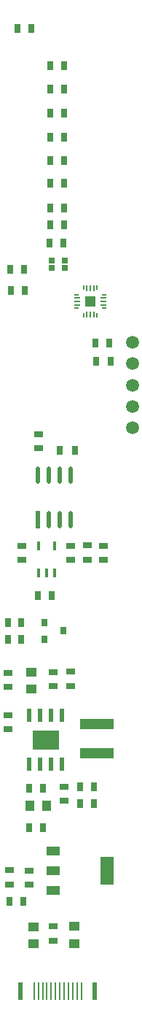
<source format=gtp>
%FSLAX25Y25*%
%MOIN*%
G70*
G01*
G75*
G04 Layer_Color=8421504*
%ADD10R,0.03150X0.03937*%
%ADD11R,0.02362X0.07874*%
%ADD12R,0.01063X0.07874*%
%ADD13R,0.03937X0.03150*%
%ADD14R,0.05906X0.12992*%
%ADD15R,0.05906X0.03937*%
%ADD16R,0.01969X0.07874*%
%ADD17O,0.01969X0.07874*%
%ADD18R,0.05118X0.05118*%
%ADD19R,0.02362X0.00787*%
%ADD20R,0.03150X0.00787*%
%ADD21R,0.00787X0.02362*%
%ADD22R,0.00787X0.03150*%
%ADD23R,0.03150X0.02559*%
%ADD24R,0.15748X0.05118*%
%ADD25C,0.05906*%
%ADD26R,0.03937X0.04724*%
%ADD27R,0.12402X0.08898*%
%ADD28R,0.02400X0.05906*%
%ADD29R,0.04724X0.03937*%
%ADD30R,0.03150X0.03543*%
%ADD31R,0.03150X0.03543*%
%ADD32R,0.01575X0.03937*%
%ADD33C,0.00787*%
%ADD34C,0.01000*%
%ADD35C,0.01181*%
%ADD36C,0.03150*%
%ADD37C,0.03937*%
%ADD38C,0.02362*%
%ADD39C,0.01575*%
%ADD40R,0.05906X0.05906*%
%ADD41R,0.05906X0.05906*%
%ADD42C,0.01969*%
%ADD43C,0.03150*%
%ADD44C,0.01575*%
%ADD45C,0.00984*%
%ADD46C,0.00600*%
%ADD47C,0.00500*%
%ADD48C,0.00197*%
%ADD49C,0.00591*%
%ADD50C,0.00709*%
%ADD51C,0.00492*%
D10*
X28524Y-378796D02*
D03*
X34823D02*
D03*
X29310Y-31790D02*
D03*
X23010D02*
D03*
X25550Y-430500D02*
D03*
X19250D02*
D03*
X58110Y-385815D02*
D03*
X51811D02*
D03*
X65646Y-183730D02*
D03*
X58953D02*
D03*
X65160Y-175410D02*
D03*
X58860D02*
D03*
X26280Y-151560D02*
D03*
X19980D02*
D03*
X26140Y-141770D02*
D03*
X19840D02*
D03*
X44280Y-121420D02*
D03*
X37980D02*
D03*
X44250Y-113702D02*
D03*
X37951D02*
D03*
X44370Y-102430D02*
D03*
X38070D02*
D03*
X44345Y-92143D02*
D03*
X38045D02*
D03*
X44330Y-81320D02*
D03*
X38030D02*
D03*
X44350Y-70378D02*
D03*
X38050D02*
D03*
X44500Y-59490D02*
D03*
X38200D02*
D03*
X44485Y-48700D02*
D03*
X38186D02*
D03*
X42513Y-224342D02*
D03*
X49207D02*
D03*
X58040Y-378035D02*
D03*
X51741D02*
D03*
X28450Y-396730D02*
D03*
X34750D02*
D03*
X24850Y-303142D02*
D03*
X18551D02*
D03*
X24850Y-310682D02*
D03*
X18551D02*
D03*
X32409Y-290718D02*
D03*
X38708D02*
D03*
X37840Y-129600D02*
D03*
X44140D02*
D03*
D11*
X58438Y-471340D02*
D03*
X24422D02*
D03*
D12*
X52257D02*
D03*
X50288D02*
D03*
X48320D02*
D03*
X46351D02*
D03*
X44383D02*
D03*
X40446D02*
D03*
X38477D02*
D03*
X36509D02*
D03*
X34540D02*
D03*
X32572D02*
D03*
X30603D02*
D03*
X42414D02*
D03*
D13*
X28470Y-422629D02*
D03*
Y-416330D02*
D03*
X19260Y-415943D02*
D03*
Y-422636D02*
D03*
X62300Y-274350D02*
D03*
Y-268050D02*
D03*
X44418Y-378028D02*
D03*
Y-384328D02*
D03*
X18561Y-345360D02*
D03*
Y-351660D02*
D03*
X18571Y-326040D02*
D03*
Y-332340D02*
D03*
X39391Y-325621D02*
D03*
Y-331921D02*
D03*
X47251Y-325355D02*
D03*
Y-332048D02*
D03*
X25130Y-268110D02*
D03*
Y-274410D02*
D03*
X47500Y-268000D02*
D03*
Y-274300D02*
D03*
X54980Y-267704D02*
D03*
Y-274396D02*
D03*
X39303Y-448554D02*
D03*
Y-441861D02*
D03*
X32600Y-223300D02*
D03*
Y-217000D02*
D03*
D14*
X64072Y-416340D02*
D03*
D15*
X39268Y-425395D02*
D03*
Y-416340D02*
D03*
Y-407285D02*
D03*
D16*
X32538Y-256096D02*
D03*
D17*
X47538Y-235624D02*
D03*
X42538D02*
D03*
X37538D02*
D03*
X32538D02*
D03*
X47538Y-256096D02*
D03*
X42538D02*
D03*
X37538D02*
D03*
D18*
X56380Y-156400D02*
D03*
D19*
X50081Y-159550D02*
D03*
Y-153250D02*
D03*
X62679D02*
D03*
Y-159550D02*
D03*
D20*
X50475Y-157975D02*
D03*
Y-156400D02*
D03*
Y-154825D02*
D03*
X62286D02*
D03*
Y-156400D02*
D03*
Y-157975D02*
D03*
D21*
X53230Y-150101D02*
D03*
X59530D02*
D03*
Y-162699D02*
D03*
X53230D02*
D03*
D22*
X54805Y-150495D02*
D03*
X56380D02*
D03*
X57955D02*
D03*
Y-162305D02*
D03*
X56380D02*
D03*
X54805D02*
D03*
D23*
X44859Y-137733D02*
D03*
X38560D02*
D03*
X44859Y-141080D02*
D03*
X38560D02*
D03*
D24*
X59263Y-362871D02*
D03*
Y-349486D02*
D03*
D25*
X75646Y-204319D02*
D03*
Y-194587D02*
D03*
Y-214052D02*
D03*
Y-175122D02*
D03*
Y-184854D02*
D03*
D26*
X28547Y-386906D02*
D03*
X36421D02*
D03*
D27*
X36035Y-356607D02*
D03*
D28*
X43535Y-345357D02*
D03*
X38535D02*
D03*
X33535D02*
D03*
X28535D02*
D03*
Y-367857D02*
D03*
X33535D02*
D03*
X38535D02*
D03*
X43535D02*
D03*
D29*
X29521Y-325634D02*
D03*
Y-333508D02*
D03*
X30333Y-449823D02*
D03*
Y-441949D02*
D03*
X48976Y-449745D02*
D03*
Y-441871D02*
D03*
D30*
X44172Y-306888D02*
D03*
X35510Y-303148D02*
D03*
D31*
Y-310628D02*
D03*
D32*
X32540Y-280378D02*
D03*
X40020D02*
D03*
X36280D02*
D03*
X40020Y-268173D02*
D03*
X32540D02*
D03*
M02*

</source>
